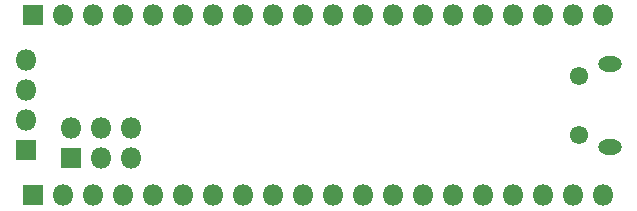
<source format=gbr>
%TF.GenerationSoftware,KiCad,Pcbnew,5.1.6+dfsg1-1*%
%TF.CreationDate,2020-06-23T10:35:08+08:00*%
%TF.ProjectId,stm32devmini,73746d33-3264-4657-966d-696e692e6b69,rev?*%
%TF.SameCoordinates,Original*%
%TF.FileFunction,Soldermask,Bot*%
%TF.FilePolarity,Negative*%
%FSLAX46Y46*%
G04 Gerber Fmt 4.6, Leading zero omitted, Abs format (unit mm)*
G04 Created by KiCad (PCBNEW 5.1.6+dfsg1-1) date 2020-06-23 10:35:08*
%MOMM*%
%LPD*%
G01*
G04 APERTURE LIST*
%ADD10O,1.800000X1.800000*%
%ADD11R,1.800000X1.800000*%
%ADD12O,2.000000X1.300000*%
%ADD13C,1.550000*%
G04 APERTURE END LIST*
D10*
%TO.C,J5*%
X153035000Y-97790000D03*
X153035000Y-100330000D03*
X153035000Y-102870000D03*
D11*
X153035000Y-105410000D03*
%TD*%
D10*
%TO.C,J4*%
X161925000Y-103505000D03*
X161925000Y-106045000D03*
X159385000Y-103505000D03*
X159385000Y-106045000D03*
X156845000Y-103505000D03*
D11*
X156845000Y-106045000D03*
%TD*%
D10*
%TO.C,J3*%
X201930000Y-93980000D03*
X199390000Y-93980000D03*
X196850000Y-93980000D03*
X194310000Y-93980000D03*
X191770000Y-93980000D03*
X189230000Y-93980000D03*
X186690000Y-93980000D03*
X184150000Y-93980000D03*
X181610000Y-93980000D03*
X179070000Y-93980000D03*
X176530000Y-93980000D03*
X173990000Y-93980000D03*
X171450000Y-93980000D03*
X168910000Y-93980000D03*
X166370000Y-93980000D03*
X163830000Y-93980000D03*
X161290000Y-93980000D03*
X158750000Y-93980000D03*
X156210000Y-93980000D03*
D11*
X153670000Y-93980000D03*
%TD*%
D10*
%TO.C,J2*%
X201930000Y-109220000D03*
X199390000Y-109220000D03*
X196850000Y-109220000D03*
X194310000Y-109220000D03*
X191770000Y-109220000D03*
X189230000Y-109220000D03*
X186690000Y-109220000D03*
X184150000Y-109220000D03*
X181610000Y-109220000D03*
X179070000Y-109220000D03*
X176530000Y-109220000D03*
X173990000Y-109220000D03*
X171450000Y-109220000D03*
X168910000Y-109220000D03*
X166370000Y-109220000D03*
X163830000Y-109220000D03*
X161290000Y-109220000D03*
X158750000Y-109220000D03*
X156210000Y-109220000D03*
D11*
X153670000Y-109220000D03*
%TD*%
D12*
%TO.C,J1*%
X202532500Y-98100000D03*
X202532500Y-105100000D03*
D13*
X199832500Y-99100000D03*
X199832500Y-104100000D03*
%TD*%
M02*

</source>
